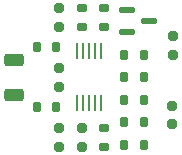
<source format=gbr>
%TF.GenerationSoftware,KiCad,Pcbnew,7.0.9*%
%TF.CreationDate,2024-01-07T19:57:38+00:00*%
%TF.ProjectId,INA381 Breakout,494e4133-3831-4204-9272-65616b6f7574,V24.01.0.1*%
%TF.SameCoordinates,PX8841978PY54c5a90*%
%TF.FileFunction,Paste,Top*%
%TF.FilePolarity,Positive*%
%FSLAX46Y46*%
G04 Gerber Fmt 4.6, Leading zero omitted, Abs format (unit mm)*
G04 Created by KiCad (PCBNEW 7.0.9) date 2024-01-07 19:57:38*
%MOMM*%
%LPD*%
G01*
G04 APERTURE LIST*
G04 Aperture macros list*
%AMRoundRect*
0 Rectangle with rounded corners*
0 $1 Rounding radius*
0 $2 $3 $4 $5 $6 $7 $8 $9 X,Y pos of 4 corners*
0 Add a 4 corners polygon primitive as box body*
4,1,4,$2,$3,$4,$5,$6,$7,$8,$9,$2,$3,0*
0 Add four circle primitives for the rounded corners*
1,1,$1+$1,$2,$3*
1,1,$1+$1,$4,$5*
1,1,$1+$1,$6,$7*
1,1,$1+$1,$8,$9*
0 Add four rect primitives between the rounded corners*
20,1,$1+$1,$2,$3,$4,$5,0*
20,1,$1+$1,$4,$5,$6,$7,0*
20,1,$1+$1,$6,$7,$8,$9,0*
20,1,$1+$1,$8,$9,$2,$3,0*%
G04 Aperture macros list end*
%ADD10RoundRect,0.175000X-0.250000X0.225000X-0.250000X-0.225000X0.250000X-0.225000X0.250000X0.225000X0*%
%ADD11RoundRect,0.150000X0.275000X-0.200000X0.275000X0.200000X-0.275000X0.200000X-0.275000X-0.200000X0*%
%ADD12RoundRect,0.175000X0.250000X-0.225000X0.250000X0.225000X-0.250000X0.225000X-0.250000X-0.225000X0*%
%ADD13RoundRect,0.150000X-0.200000X-0.275000X0.200000X-0.275000X0.200000X0.275000X-0.200000X0.275000X0*%
%ADD14RoundRect,0.200000X0.625000X-0.312500X0.625000X0.312500X-0.625000X0.312500X-0.625000X-0.312500X0*%
%ADD15RoundRect,0.025000X0.075000X-0.650000X0.075000X0.650000X-0.075000X0.650000X-0.075000X-0.650000X0*%
%ADD16RoundRect,0.100000X-0.587500X-0.150000X0.587500X-0.150000X0.587500X0.150000X-0.587500X0.150000X0*%
%ADD17RoundRect,0.150000X0.200000X0.275000X-0.200000X0.275000X-0.200000X-0.275000X0.200000X-0.275000X0*%
G04 APERTURE END LIST*
D10*
%TO.C,C6*%
X15875000Y-2400000D03*
X15875000Y-3950000D03*
%TD*%
D11*
%TO.C,R3*%
X10160000Y4245000D03*
X10160000Y5895000D03*
%TD*%
D12*
%TO.C,C2*%
X6350000Y-785000D03*
X6350000Y765000D03*
%TD*%
D13*
%TO.C,R7*%
X11875000Y-10000D03*
X13525000Y-10000D03*
%TD*%
D12*
%TO.C,C5*%
X6350000Y4295000D03*
X6350000Y5845000D03*
%TD*%
D14*
%TO.C,R5*%
X2540000Y-1472500D03*
X2540000Y1452500D03*
%TD*%
D15*
%TO.C,U1*%
X7890000Y-2210000D03*
X8390000Y-2210000D03*
X8890000Y-2210000D03*
X9390000Y-2210000D03*
X9890000Y-2210000D03*
X9890000Y2190000D03*
X9390000Y2190000D03*
X8890000Y2190000D03*
X8390000Y2190000D03*
X7890000Y2190000D03*
%TD*%
D16*
%TO.C,D1*%
X12065000Y5700000D03*
X12065000Y3800000D03*
X13940000Y4750000D03*
%TD*%
D11*
%TO.C,R6*%
X8255000Y4245000D03*
X8255000Y5895000D03*
%TD*%
D13*
%TO.C,R11*%
X11875000Y-5725000D03*
X13525000Y-5725000D03*
%TD*%
D12*
%TO.C,C3*%
X16002000Y1905000D03*
X16002000Y3455000D03*
%TD*%
D17*
%TO.C,R9*%
X13525000Y-3820000D03*
X11875000Y-3820000D03*
%TD*%
D13*
%TO.C,R10*%
X11875000Y-1915000D03*
X13525000Y-1915000D03*
%TD*%
%TO.C,R4*%
X11875000Y1895000D03*
X13525000Y1895000D03*
%TD*%
D10*
%TO.C,C4*%
X6350000Y-4315000D03*
X6350000Y-5865000D03*
%TD*%
D13*
%TO.C,R2*%
X4445000Y-2550000D03*
X6095000Y-2550000D03*
%TD*%
%TO.C,R8*%
X4445000Y2530000D03*
X6095000Y2530000D03*
%TD*%
D12*
%TO.C,C1*%
X8255000Y-5865000D03*
X8255000Y-4315000D03*
%TD*%
D11*
%TO.C,R1*%
X10160000Y-5915000D03*
X10160000Y-4265000D03*
%TD*%
M02*

</source>
